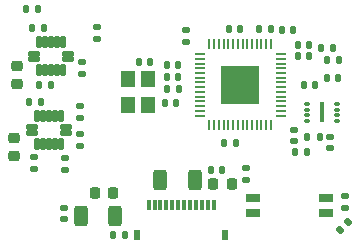
<source format=gbs>
G04 #@! TF.GenerationSoftware,KiCad,Pcbnew,7.0.8*
G04 #@! TF.CreationDate,2023-10-22T01:26:06-04:00*
G04 #@! TF.ProjectId,MicrocontrollerInputModule,4d696372-6f63-46f6-9e74-726f6c6c6572,V2.6*
G04 #@! TF.SameCoordinates,Original*
G04 #@! TF.FileFunction,Soldermask,Bot*
G04 #@! TF.FilePolarity,Negative*
%FSLAX46Y46*%
G04 Gerber Fmt 4.6, Leading zero omitted, Abs format (unit mm)*
G04 Created by KiCad (PCBNEW 7.0.8) date 2023-10-22 01:26:06*
%MOMM*%
%LPD*%
G01*
G04 APERTURE LIST*
G04 Aperture macros list*
%AMRoundRect*
0 Rectangle with rounded corners*
0 $1 Rounding radius*
0 $2 $3 $4 $5 $6 $7 $8 $9 X,Y pos of 4 corners*
0 Add a 4 corners polygon primitive as box body*
4,1,4,$2,$3,$4,$5,$6,$7,$8,$9,$2,$3,0*
0 Add four circle primitives for the rounded corners*
1,1,$1+$1,$2,$3*
1,1,$1+$1,$4,$5*
1,1,$1+$1,$6,$7*
1,1,$1+$1,$8,$9*
0 Add four rect primitives between the rounded corners*
20,1,$1+$1,$2,$3,$4,$5,0*
20,1,$1+$1,$4,$5,$6,$7,0*
20,1,$1+$1,$6,$7,$8,$9,0*
20,1,$1+$1,$8,$9,$2,$3,0*%
G04 Aperture macros list end*
%ADD10R,1.250000X0.760000*%
%ADD11RoundRect,0.140000X-0.140000X-0.170000X0.140000X-0.170000X0.140000X0.170000X-0.140000X0.170000X0*%
%ADD12RoundRect,0.140000X0.140000X0.170000X-0.140000X0.170000X-0.140000X-0.170000X0.140000X-0.170000X0*%
%ADD13RoundRect,0.135000X0.185000X-0.135000X0.185000X0.135000X-0.185000X0.135000X-0.185000X-0.135000X0*%
%ADD14RoundRect,0.225000X-0.250000X0.225000X-0.250000X-0.225000X0.250000X-0.225000X0.250000X0.225000X0*%
%ADD15RoundRect,0.050000X0.050000X-0.387500X0.050000X0.387500X-0.050000X0.387500X-0.050000X-0.387500X0*%
%ADD16RoundRect,0.050000X0.387500X-0.050000X0.387500X0.050000X-0.387500X0.050000X-0.387500X-0.050000X0*%
%ADD17R,3.200000X3.200000*%
%ADD18RoundRect,0.135000X0.135000X0.185000X-0.135000X0.185000X-0.135000X-0.185000X0.135000X-0.185000X0*%
%ADD19RoundRect,0.250000X0.312500X0.625000X-0.312500X0.625000X-0.312500X-0.625000X0.312500X-0.625000X0*%
%ADD20RoundRect,0.147500X-0.172500X0.147500X-0.172500X-0.147500X0.172500X-0.147500X0.172500X0.147500X0*%
%ADD21RoundRect,0.135000X-0.135000X-0.185000X0.135000X-0.185000X0.135000X0.185000X-0.135000X0.185000X0*%
%ADD22RoundRect,0.135000X-0.185000X0.135000X-0.185000X-0.135000X0.185000X-0.135000X0.185000X0.135000X0*%
%ADD23RoundRect,0.225000X-0.225000X-0.250000X0.225000X-0.250000X0.225000X0.250000X-0.225000X0.250000X0*%
%ADD24RoundRect,0.075000X-0.187500X-0.075000X0.187500X-0.075000X0.187500X0.075000X-0.187500X0.075000X0*%
%ADD25R,0.300000X1.700000*%
%ADD26R,1.200000X1.400000*%
%ADD27RoundRect,0.109800X0.422200X0.122200X-0.422200X0.122200X-0.422200X-0.122200X0.422200X-0.122200X0*%
%ADD28RoundRect,0.109800X-0.122200X0.422200X-0.122200X-0.422200X0.122200X-0.422200X0.122200X0.422200X0*%
%ADD29RoundRect,0.050000X0.150000X0.400000X-0.150000X0.400000X-0.150000X-0.400000X0.150000X-0.400000X0*%
%ADD30RoundRect,0.050000X0.200000X0.400000X-0.200000X0.400000X-0.200000X-0.400000X0.200000X-0.400000X0*%
%ADD31RoundRect,0.140000X-0.170000X0.140000X-0.170000X-0.140000X0.170000X-0.140000X0.170000X0.140000X0*%
%ADD32RoundRect,0.147500X0.147500X0.172500X-0.147500X0.172500X-0.147500X-0.172500X0.147500X-0.172500X0*%
%ADD33RoundRect,0.147500X0.017678X-0.226274X0.226274X-0.017678X-0.017678X0.226274X-0.226274X0.017678X0*%
G04 APERTURE END LIST*
D10*
X58350000Y-118930000D03*
X58350000Y-120200000D03*
X52200000Y-120200000D03*
X52200000Y-118930000D03*
D11*
X56507107Y-109365108D03*
X57467107Y-109365108D03*
D12*
X55607107Y-104693108D03*
X54647107Y-104693108D03*
D13*
X33650000Y-116470000D03*
X33650000Y-115450000D03*
D14*
X31977106Y-113845108D03*
X31977106Y-115395108D03*
D15*
X53707107Y-112787608D03*
X53307107Y-112787608D03*
X52907107Y-112787608D03*
X52507107Y-112787608D03*
X52107107Y-112787608D03*
X51707107Y-112787608D03*
X51307107Y-112787608D03*
X50907107Y-112787608D03*
X50507107Y-112787608D03*
X50107107Y-112787608D03*
X49707107Y-112787608D03*
X49307107Y-112787608D03*
X48907107Y-112787608D03*
X48507107Y-112787608D03*
D16*
X47669607Y-111950108D03*
X47669607Y-111550108D03*
X47669607Y-111150108D03*
X47669607Y-110750108D03*
X47669607Y-110350108D03*
X47669607Y-109950108D03*
X47669607Y-109550108D03*
X47669607Y-109150108D03*
X47669607Y-108750108D03*
X47669607Y-108350108D03*
X47669607Y-107950108D03*
X47669607Y-107550108D03*
X47669607Y-107150108D03*
X47669607Y-106750108D03*
D15*
X48507107Y-105912608D03*
X48907107Y-105912608D03*
X49307107Y-105912608D03*
X49707107Y-105912608D03*
X50107107Y-105912608D03*
X50507107Y-105912608D03*
X50907107Y-105912608D03*
X51307107Y-105912608D03*
X51707107Y-105912608D03*
X52107107Y-105912608D03*
X52507107Y-105912608D03*
X52907107Y-105912608D03*
X53307107Y-105912608D03*
X53707107Y-105912608D03*
D16*
X54544607Y-106750108D03*
X54544607Y-107150108D03*
X54544607Y-107550108D03*
X54544607Y-107950108D03*
X54544607Y-108350108D03*
X54544607Y-108750108D03*
X54544607Y-109150108D03*
X54544607Y-109550108D03*
X54544607Y-109950108D03*
X54544607Y-110350108D03*
X54544607Y-110750108D03*
X54544607Y-111150108D03*
X54544607Y-111550108D03*
X54544607Y-111950108D03*
D17*
X51107107Y-109350108D03*
D18*
X35067107Y-109370108D03*
X34047107Y-109370108D03*
X41350000Y-122100000D03*
X40330000Y-122100000D03*
D19*
X47269607Y-117410108D03*
X44344607Y-117410108D03*
D20*
X51640000Y-116420000D03*
X51640000Y-117390000D03*
D21*
X55717107Y-115070108D03*
X56737107Y-115070108D03*
D22*
X37707106Y-107450107D03*
X37707106Y-108470107D03*
D23*
X38780000Y-118510000D03*
X40330000Y-118510000D03*
X48832107Y-117750108D03*
X50382107Y-117750108D03*
D11*
X58447107Y-108793108D03*
X59407107Y-108793108D03*
D12*
X45667107Y-110850108D03*
X44707107Y-110850108D03*
D20*
X36230000Y-119760000D03*
X36230000Y-120730000D03*
D24*
X56727107Y-112443108D03*
X56727107Y-111943108D03*
X56727107Y-111443108D03*
X56727107Y-110943108D03*
X59302107Y-110943108D03*
X59302107Y-111443108D03*
X59302107Y-111943108D03*
X59302107Y-112443108D03*
D25*
X58014607Y-111693108D03*
D18*
X57827107Y-113734108D03*
X56807107Y-113734108D03*
D11*
X56007107Y-106950108D03*
X56967107Y-106950108D03*
D18*
X34507107Y-104550108D03*
X33487107Y-104550108D03*
D13*
X38957107Y-105463108D03*
X38957107Y-104443108D03*
D12*
X53687107Y-104600108D03*
X52727107Y-104600108D03*
D26*
X43321107Y-108885108D03*
X43321107Y-111085108D03*
X41621107Y-111085108D03*
X41621107Y-108885108D03*
D19*
X40540000Y-120440000D03*
X37615000Y-120440000D03*
D27*
X33472107Y-112895108D03*
D28*
X33907107Y-111960108D03*
X34407107Y-111960108D03*
X34907107Y-111960108D03*
X35407107Y-111960108D03*
X35907107Y-111960108D03*
D27*
X36342107Y-112895108D03*
X36342107Y-113395108D03*
D28*
X35907107Y-114330108D03*
X35407107Y-114330108D03*
X34907107Y-114330108D03*
X34407107Y-114330108D03*
X33907107Y-114330108D03*
D27*
X33472107Y-113395108D03*
D22*
X37577106Y-113545108D03*
X37577106Y-114565108D03*
X36300000Y-115530000D03*
X36300000Y-116550000D03*
D18*
X59487107Y-107273108D03*
X58467107Y-107273108D03*
D13*
X37577106Y-112145108D03*
X37577106Y-111125108D03*
D14*
X32207107Y-107750108D03*
X32207107Y-109300108D03*
D29*
X43357107Y-119550108D03*
X43857107Y-119550108D03*
X44357107Y-119550108D03*
X44857107Y-119550108D03*
X45357107Y-119550108D03*
X45857107Y-119550108D03*
X46357107Y-119550108D03*
X46857107Y-119550108D03*
X47357107Y-119550108D03*
X47857107Y-119550108D03*
X48357107Y-119550108D03*
X48857107Y-119550108D03*
D30*
X42357107Y-122050108D03*
X49857107Y-122050108D03*
D11*
X42547107Y-107400108D03*
X43507107Y-107400108D03*
D31*
X55707107Y-113150108D03*
X55707107Y-114110108D03*
X58707107Y-113754108D03*
X58707107Y-114714108D03*
D11*
X50127107Y-104600108D03*
X51087107Y-104600108D03*
D18*
X58947107Y-106223108D03*
X57927107Y-106223108D03*
D11*
X49780000Y-114250000D03*
X50740000Y-114250000D03*
D20*
X60000000Y-118800000D03*
X60000000Y-119770000D03*
D18*
X34270000Y-110770000D03*
X33250000Y-110770000D03*
D11*
X56007107Y-105943108D03*
X56967107Y-105943108D03*
D32*
X49592107Y-116550108D03*
X48622107Y-116550108D03*
D12*
X45867107Y-107675108D03*
X44907107Y-107675108D03*
D27*
X33672107Y-106700108D03*
D28*
X34107107Y-105765108D03*
X34607107Y-105765108D03*
X35107107Y-105765108D03*
X35607107Y-105765108D03*
X36107107Y-105765108D03*
D27*
X36542107Y-106700108D03*
X36542107Y-107200108D03*
D28*
X36107107Y-108135108D03*
X35607107Y-108135108D03*
X35107107Y-108135108D03*
X34607107Y-108135108D03*
X34107107Y-108135108D03*
D27*
X33672107Y-107200108D03*
D33*
X59564106Y-121635894D03*
X60250000Y-120950000D03*
D21*
X44897107Y-109675108D03*
X45917107Y-109675108D03*
D12*
X45867107Y-108650108D03*
X44907107Y-108650108D03*
D22*
X46507107Y-104730108D03*
X46507107Y-105750108D03*
D18*
X34000000Y-102930000D03*
X32980000Y-102930000D03*
M02*

</source>
